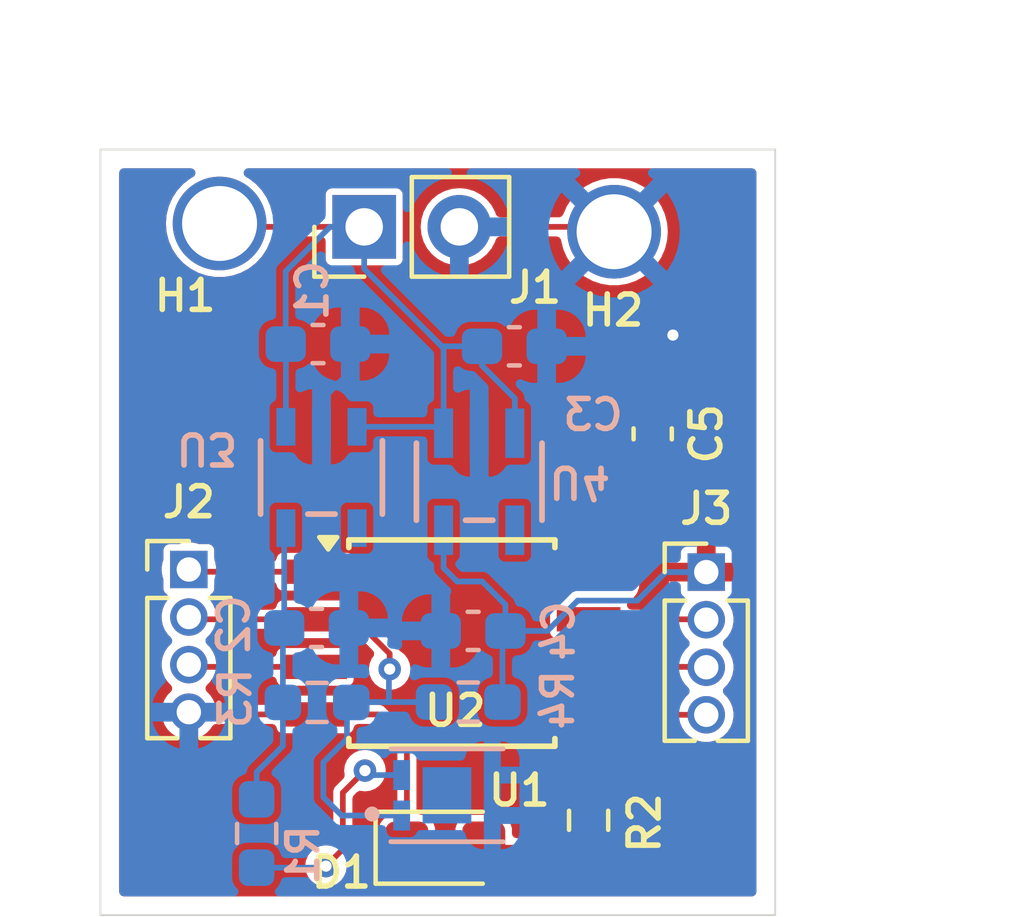
<source format=kicad_pcb>
(kicad_pcb (version 20240108) (generator "pcbnew") (generator_version "8.0")
  (layers (0 "F.Cu" signal) (31 "B.Cu" signal) (34 "B.Paste" user) (35 "F.Paste" user) (36 "B.SilkS" user "B.Silkscreen") (37 "F.SilkS" user "F.Silkscreen") (38 "B.Mask" user) (39 "F.Mask" user) (44 "Edge.Cuts" user))
  (net 0 "")
  (net 1 "Net-(D1-A)")
  (net 2 "Pin1")
  (net 3 "Pin3")
  (net 4 "Pin6")
  (net 5 "Alcohol_OUT")
  (net 6 "VDD_1.8V")
  (net 8 "VCC")
  (net 10 "Net-(U1-HEATER+)")
  (net 11 "Pin7")
  (net 12 "Pin5")
  (net 14 "GND")
  (net 15 "VDD_3.3V")
  (footprint "Resistor_SMD:R_0603_1608Metric_Pad0.98x0.95mm_HandSolder" (layer "F.Cu") (at 184.41 86.6775 90)
    (property "Reference" "R2" (at -0.0725 1.49 90) (layer "F.SilkS") (effects (font (size 0.8 0.8))))
    (property "Value" "R")
    (fp_line (start -0.254724 -0.5225) (end 0.254724 -0.5225) (stroke (width 0.12)) (layer "F.SilkS"))
    (fp_line (start -0.254724 0.5225) (end 0.254724 0.5225) (stroke (width 0.12)) (layer "F.SilkS"))
    (pad "1" smd roundrect (at -0.9125 0 90) (size 0.975 0.95) (layers "F.Cu" "F.Paste" "F.Mask") (net 1 "Net-(D1-A)"))
    (pad "2" smd roundrect (at 0.9125 0 90) (size 0.975 0.95) (layers "F.Cu" "F.Paste" "F.Mask") (net 12 "Pin5"))
  )
  (footprint "MountingHole:MT_Hole" (layer "F.Cu") (at 174.56 70.74)
    (property "Reference" "H1" (at -0.92 1.93 0) (layer "F.SilkS") (effects (font (size 0.8 0.8) (thickness 0.15) (bold yes))))
    (property "Value" "MountingHole_Pad")
    (pad "1" thru_hole circle (at 0 0) (size 2.5 2.5) (drill 2) (layers "*.Cu" "*.Mask") (net 8 "VCC"))
  )
  (footprint "Connector_PinHeader_1.27mm:PinHeader_1x04_P1.27mm_Vertical" (layer "F.Cu") (at 187.55 80.05)
    (property "Reference" "J3" (at 0 -1.695 0) (layer "F.SilkS") (effects (font (size 0.8 0.8))))
    (property "Value" "Conn_01x04_Pin")
    (fp_line (start -1.11 -0.76) (end 0 -0.76) (stroke (width 0.12)) (layer "F.SilkS"))
    (fp_line (start -1.11 0) (end -1.11 -0.76) (stroke (width 0.12)) (layer "F.SilkS"))
    (fp_line (start -1.11 0.76) (end -1.11 4.505) (stroke (width 0.12)) (layer "F.SilkS"))
    (fp_line (start -1.11 0.76) (end -0.563471 0.76) (stroke (width 0.12)) (layer "F.SilkS"))
    (fp_line (start -1.11 4.505) (end -0.30753 4.505) (stroke (width 0.12)) (layer "F.SilkS"))
    (fp_line (start 0.30753 4.505) (end 1.11 4.505) (stroke (width 0.12)) (layer "F.SilkS"))
    (fp_line (start 0.563471 0.76) (end 1.11 0.76) (stroke (width 0.12)) (layer "F.SilkS"))
    (fp_line (start 1.11 0.76) (end 1.11 4.505) (stroke (width 0.12)) (layer "F.SilkS"))
    (pad "1" thru_hole rect (at 0 0) (size 1 1) (drill 0.65) (layers "*.Cu" "*.Mask") (net 15 "VDD_3.3V"))
    (pad "2" thru_hole oval (at 0 1.27) (size 1 1) (drill 0.65) (layers "*.Cu" "*.Mask") (net 11 "Pin7"))
    (pad "3" thru_hole oval (at 0 2.54) (size 1 1) (drill 0.65) (layers "*.Cu" "*.Mask") (net 4 "Pin6"))
    (pad "4" thru_hole oval (at 0 3.81) (size 1 1) (drill 0.65) (layers "*.Cu" "*.Mask") (net 12 "Pin5"))
  )
  (footprint "MountingHole:MT_Hole" (layer "F.Cu") (at 185.09 70.96)
    (property "Reference" "H2" (at -0.03 2.1 0) (layer "F.SilkS") (effects (font (size 0.8 0.8))))
    (property "Value" "MountingHole_Pad" (hide yes))
    (pad "1" thru_hole circle (at 0 0) (size 2.5 2.5) (drill 2) (layers "*.Cu" "*.Mask") (net 14 "GND"))
  )
  (footprint "Connector_PinHeader_1.27mm:PinHeader_1x04_P1.27mm_Vertical" (layer "F.Cu") (at 173.74 79.98)
    (property "Reference" "J2" (at 0 -1.8 0) (layer "F.SilkS") (effects (font (size 0.8 0.8))))
    (property "Value" "Conn_01x04_Pin")
    (fp_line (start -1.11 -0.76) (end 0 -0.76) (stroke (width 0.12)) (layer "F.SilkS"))
    (fp_line (start -1.11 0) (end -1.11 -0.76) (stroke (width 0.12)) (layer "F.SilkS"))
    (fp_line (start -1.11 0.76) (end -1.11 4.505) (stroke (width 0.12)) (layer "F.SilkS"))
    (fp_line (start -1.11 0.76) (end -0.563471 0.76) (stroke (width 0.12)) (layer "F.SilkS"))
    (fp_line (start -1.11 4.505) (end -0.30753 4.505) (stroke (width 0.12)) (layer "F.SilkS"))
    (fp_line (start 0.30753 4.505) (end 1.11 4.505) (stroke (width 0.12)) (layer "F.SilkS"))
    (fp_line (start 0.563471 0.76) (end 1.11 0.76) (stroke (width 0.12)) (layer "F.SilkS"))
    (fp_line (start 1.11 0.76) (end 1.11 4.505) (stroke (width 0.12)) (layer "F.SilkS"))
    (pad "1" thru_hole rect (at 0 0) (size 1 1) (drill 0.65) (layers "*.Cu" "*.Mask") (net 2 "Pin1"))
    (pad "2" thru_hole oval (at 0 1.27) (size 1 1) (drill 0.65) (layers "*.Cu" "*.Mask") (net 5 "Alcohol_OUT"))
    (pad "3" thru_hole oval (at 0 2.54) (size 1 1) (drill 0.65) (layers "*.Cu" "*.Mask") (net 3 "Pin3"))
    (pad "4" thru_hole oval (at 0 3.81) (size 1 1) (drill 0.65) (layers "*.Cu" "*.Mask") (net 14 "GND"))
  )
  (footprint "Package_SO:SOIC-8W_5.3x5.3mm_P1.27mm" (layer "F.Cu") (at 180.76 81.945)
    (property "Reference" "U2" (at 0.09 1.805 0) (layer "F.SilkS") (effects (font (size 0.8 0.8))))
    (property "Value" "ATtiny85")
    (fp_line (start -2.75 -2.755) (end -2.75 -2.55) (stroke (width 0.15)) (layer "F.SilkS"))
    (fp_line (start -2.75 -2.755) (end 2.75 -2.755) (stroke (width 0.15)) (layer "F.SilkS"))
    (fp_line (start -2.75 2.755) (end -2.75 2.55) (stroke (width 0.15)) (layer "F.SilkS"))
    (fp_line (start -2.75 2.755) (end 2.75 2.755) (stroke (width 0.15)) (layer "F.SilkS"))
    (fp_line (start 2.75 -2.755) (end 2.75 -2.55) (stroke (width 0.15)) (layer "F.SilkS"))
    (fp_line (start 2.75 2.755) (end 2.75 2.55) (stroke (width 0.15)) (layer "F.SilkS"))
    (fp_poly (pts (xy -3.3 -2.5) (xy -3.54 -2.83) (xy -3.06 -2.83) (xy -3.3 -2.5)) (stroke (width 0.12)) (fill solid) (layer "F.SilkS"))
    (pad "1" smd rect (at -3.65 -1.905) (size 1.7 0.65) (layers "F.Cu" "F.Paste" "F.Mask") (net 2 "Pin1"))
    (pad "2" smd rect (at -3.65 -0.635) (size 1.7 0.65) (layers "F.Cu" "F.Paste" "F.Mask") (net 5 "Alcohol_OUT"))
    (pad "3" smd rect (at -3.65 0.635) (size 1.7 0.65) (layers "F.Cu" "F.Paste" "F.Mask") (net 3 "Pin3"))
    (pad "4" smd rect (at -3.65 1.905) (size 1.7 0.65) (layers "F.Cu" "F.Paste" "F.Mask") (net 14 "GND"))
    (pad "5" smd rect (at 3.65 1.905) (size 1.7 0.65) (layers "F.Cu" "F.Paste" "F.Mask") (net 12 "Pin5"))
    (pad "6" smd rect (at 3.65 0.635) (size 1.7 0.65) (layers "F.Cu" "F.Paste" "F.Mask") (net 4 "Pin6"))
    (pad "7" smd rect (at 3.65 -0.635) (size 1.7 0.65) (layers "F.Cu" "F.Paste" "F.Mask") (net 11 "Pin7"))
    (pad "8" smd rect (at 3.65 -1.905) (size 1.7 0.65) (layers "F.Cu" "F.Paste" "F.Mask") (net 15 "VDD_3.3V"))
  )
  (footprint "Capacitor_SMD:C_0603_1608Metric_Pad1.08x0.95mm_HandSolder" (layer "F.Cu") (at 186.12 76.3575 -90)
    (property "Reference" "C5" (at 0 -1.43 90) (layer "F.SilkS") (effects (font (size 0.8 0.8))))
    (property "Value" "C")
    (fp_line (start -0.146267 0.51) (end 0.146267 0.51) (stroke (width 0.12)) (layer "F.SilkS"))
    (fp_line (start -0.146267 -0.51) (end 0.146267 -0.51) (stroke (width 0.12)) (layer "F.SilkS"))
    (pad "1" smd roundrect (at -0.8625 0 270) (size 1.075 0.95) (layers "F.Cu" "F.Paste" "F.Mask") (net 14 "GND"))
    (pad "2" smd roundrect (at 0.8625 0 270) (size 1.075 0.95) (layers "F.Cu" "F.Paste" "F.Mask") (net 15 "VDD_3.3V"))
  )
  (footprint "LED_SMD:LED_0805_2012Metric_Pad1.15x1.40mm_HandSolder" (layer "F.Cu") (at 180.585 87.41)
    (property "Reference" "D1" (at -2.775 0.66 0) (layer "F.SilkS") (effects (font (size 0.8 0.8))))
    (property "Value" "LED")
    (fp_line (start -1.86 -0.96) (end -1.86 0.96) (stroke (width 0.12)) (layer "F.SilkS"))
    (fp_line (start -1.86 0.96) (end 1 0.96) (stroke (width 0.12)) (layer "F.SilkS"))
    (fp_line (start 1 -0.96) (end -1.86 -0.96) (stroke (width 0.12)) (layer "F.SilkS"))
    (pad "1" smd roundrect (at -1.025 0) (size 1.15 1.4) (layers "F.Cu" "F.Paste" "F.Mask") (roundrect_rratio 0.217391) (net 14 "GND"))
    (pad "2" smd roundrect (at 1.025 0) (size 1.15 1.4) (layers "F.Cu" "F.Paste" "F.Mask") (roundrect_rratio 0.217391) (net 1 "Net-(D1-A)"))
  )
  (footprint "Connector_PinHeader_2.54mm:PinHeader_1x02_P2.54mm_Vertical" (layer "F.Cu") (at 178.42 70.83 90)
    (property "Reference" "J1" (at -1.62 4.56 0) (layer "F.SilkS") (effects (font (size 0.8 0.8))))
    (property "Value" "Cnn")
    (fp_line (start -1.33 -1.33) (end 0 -1.33) (stroke (width 0.12)) (layer "F.SilkS"))
    (fp_line (start -1.33 0) (end -1.33 -1.33) (stroke (width 0.12)) (layer "F.SilkS"))
    (fp_line (start 1.33 1.27) (end 1.33 3.87) (stroke (width 0.12)) (layer "F.SilkS"))
    (fp_line (start -1.33 1.27) (end 1.33 1.27) (stroke (width 0.12)) (layer "F.SilkS"))
    (fp_line (start -1.33 1.27) (end -1.33 3.87) (stroke (width 0.12)) (layer "F.SilkS"))
    (fp_line (start -1.33 3.87) (end 1.33 3.87) (stroke (width 0.12)) (layer "F.SilkS"))
    (pad "1" thru_hole rect (at 0 0 90) (size 1.7 1.7) (drill 1) (layers "*.Cu" "*.Mask") (net 8 "VCC"))
    (pad "2" thru_hole oval (at 0 2.54 90) (size 1.7 1.7) (drill 1) (layers "*.Cu" "*.Mask") (net 14 "GND"))
  )
  (footprint "MIC5504_1.8V:SOT23-5LD-PL-1_MCH" (layer "B.Cu") (at 177.279999 77.52255 -90)
    (property "Reference" "U3" (at -0.77255 3.059999 180) (layer "B.SilkS") (effects (font (size 0.8 0.8)) (justify mirror)))
    (property "Value" "MIC5504_1.8")
    (fp_line (start -0.9779 1.6256) (end 0.9779 1.6256) (stroke (width 0.1524)) (layer "B.SilkS"))
    (fp_line (start 0.9779 0.363261) (end 0.9779 -0.363261) (stroke (width 0.1524)) (layer "B.SilkS"))
    (fp_line (start 0.9779 -1.6256) (end -0.9779 -1.6256) (stroke (width 0.1524)) (layer "B.SilkS"))
    (pad "1" smd rect (at -1.35255 0.950001 270) (size 1.0033 0.508) (layers "B.Cu" "B.Paste" "B.Mask") (net 8 "VCC"))
    (pad "2" smd rect (at -1.35255 0 270) (size 1.0033 0.508) (layers "B.Cu" "B.Paste" "B.Mask") (net 14 "GND"))
    (pad "3" smd rect (at -1.35255 -0.950001 270) (size 1.0033 0.508) (layers "B.Cu" "B.Paste" "B.Mask") (net 8 "VCC"))
    (pad "4" smd rect (at 1.35255 -0.950001 270) (size 1.0033 0.508) (layers "B.Cu" "B.Paste" "B.Mask"))
    (pad "5" smd rect (at 1.35255 0.950001 270) (size 1.0033 0.508) (layers "B.Cu" "B.Paste" "B.Mask") (net 6 "VDD_1.8V"))
  )
  (footprint "Capacitor_SMD:C_0603_1608Metric_Pad1.08x0.95mm_HandSolder" (layer "B.Cu") (at 177.1475 81.54)
    (property "Reference" "C2" (at -2.2075 -0.08 -90) (layer "B.SilkS") (effects (font (size 0.8 0.8)) (justify mirror)))
    (property "Value" "C")
    (fp_line (start 0.146267 -0.51) (end -0.146267 -0.51) (stroke (width 0.12)) (layer "B.SilkS"))
    (fp_line (start 0.146267 0.51) (end -0.146267 0.51) (stroke (width 0.12)) (layer "B.SilkS"))
    (pad "1" smd roundrect (at -0.8625 0) (size 1.075 0.95) (layers "B.Cu" "B.Paste" "B.Mask") (net 6 "VDD_1.8V"))
    (pad "2" smd roundrect (at 0.8625 0) (size 1.075 0.95) (layers "B.Cu" "B.Paste" "B.Mask") (net 14 "GND"))
  )
  (footprint "Resistor_SMD:R_0603_1608Metric_Pad0.98x0.95mm_HandSolder" (layer "B.Cu") (at 175.55 87.03 90)
    (property "Reference" "R1" (at -0.5725 1.24 -90) (layer "B.SilkS") (effects (font (size 0.8 0.8)) (justify mirror)))
    (property "Value" "R")
    (fp_line (start 0.254724 -0.5225) (end -0.254724 -0.5225) (stroke (width 0.12)) (layer "B.SilkS"))
    (fp_line (start 0.254724 0.5225) (end -0.254724 0.5225) (stroke (width 0.12)) (layer "B.SilkS"))
    (pad "1" smd roundrect (at -0.9125 0 90) (size 0.975 0.95) (layers "B.Cu" "B.Paste" "B.Mask") (net 10 "Net-(U1-HEATER+)"))
    (pad "2" smd roundrect (at 0.9125 0 90) (size 0.975 0.95) (layers "B.Cu" "B.Paste" "B.Mask") (net 6 "VDD_1.8V"))
  )
  (footprint "Capacitor_SMD:C_0603_1608Metric_Pad1.08x0.95mm_HandSolder" (layer "B.Cu") (at 181.3275 81.62 180)
    (property "Reference" "C4" (at -2.2825 0 -90) (layer "B.SilkS") (effects (font (size 0.8 0.8)) (justify mirror)))
    (property "Value" "C")
    (fp_line (start 0.146267 0.51) (end -0.146267 0.51) (stroke (width 0.12)) (layer "B.SilkS"))
    (fp_line (start 0.146267 -0.51) (end -0.146267 -0.51) (stroke (width 0.12)) (layer "B.SilkS"))
    (pad "1" smd roundrect (at -0.8625 0 180) (size 1.075 0.95) (layers "B.Cu" "B.Paste" "B.Mask") (net 15 "VDD_3.3V"))
    (pad "2" smd roundrect (at 0.8625 0 180) (size 1.075 0.95) (layers "B.Cu" "B.Paste" "B.Mask") (net 14 "GND"))
  )
  (footprint "Capacitor_SMD:C_0603_1608Metric_Pad1.08x0.95mm_HandSolder" (layer "B.Cu") (at 182.4275 74.02)
    (property "Reference" "C3" (at 2.1025 1.83 0) (layer "B.SilkS") (effects (font (size 0.8 0.8)) (justify mirror)))
    (property "Value" "C")
    (fp_line (start 0.146267 -0.51) (end -0.146267 -0.51) (stroke (width 0.12)) (layer "B.SilkS"))
    (fp_line (start 0.146267 0.51) (end -0.146267 0.51) (stroke (width 0.12)) (layer "B.SilkS"))
    (pad "1" smd roundrect (at -0.8625 0) (size 1.075 0.95) (layers "B.Cu" "B.Paste" "B.Mask") (net 8 "VCC"))
    (pad "2" smd roundrect (at 0.8625 0) (size 1.075 0.95) (layers "B.Cu" "B.Paste" "B.Mask") (net 14 "GND"))
  )
  (footprint "Resistor_SMD:R_0603_1608Metric_Pad0.98x0.95mm_HandSolder" (layer "B.Cu") (at 177.1625 83.53)
    (property "Reference" "R3" (at -2.1825 -0.11 90) (layer "B.SilkS") (effects (font (size 0.8 0.8)) (justify mirror)))
    (property "Value" "R")
    (fp_line (start 0.254724 -0.5225) (end -0.254724 -0.5225) (stroke (width 0.12)) (layer "B.SilkS"))
    (fp_line (start 0.254724 0.5225) (end -0.254724 0.5225) (stroke (width 0.12)) (layer "B.SilkS"))
    (pad "1" smd roundrect (at -0.9125 0) (size 0.975 0.95) (layers "B.Cu" "B.Paste" "B.Mask") (net 6 "VDD_1.8V"))
    (pad "2" smd roundrect (at 0.9125 0) (size 0.975 0.95) (layers "B.Cu" "B.Paste" "B.Mask") (net 5 "Alcohol_OUT"))
  )
  (footprint "Resistor_SMD:R_0603_1608Metric_Pad0.98x0.95mm_HandSolder" (layer "B.Cu") (at 181.1975 83.52 180)
    (property "Reference" "R4" (at -2.3925 0.06 -90) (layer "B.SilkS") (effects (font (size 0.8 0.8)) (justify mirror)))
    (property "Value" "R")
    (fp_line (start 0.254724 0.5225) (end -0.254724 0.5225) (stroke (width 0.12)) (layer "B.SilkS"))
    (fp_line (start 0.254724 -0.5225) (end -0.254724 -0.5225) (stroke (width 0.12)) (layer "B.SilkS"))
    (pad "1" smd roundrect (at -0.9125 0 180) (size 0.975 0.95) (layers "B.Cu" "B.Paste" "B.Mask") (net 15 "VDD_3.3V"))
    (pad "2" smd roundrect (at 0.9125 0 180) (size 0.975 0.95) (layers "B.Cu" "B.Paste" "B.Mask") (net 5 "Alcohol_OUT"))
  )
  (footprint "CCS803:XDCR_CCS801" (layer "B.Cu") (at 180.63 86.01)
    (property "Reference" "U1" (at 1.93 -0.13 0) (layer "F.SilkS") (effects (font (size 0.8 0.8))))
    (property "Value" "CCS801")
    (fp_line (start 1.5 -1.24) (end -1.5 -1.24) (stroke (width 0.127)) (layer "B.SilkS"))
    (fp_line (start 1.5 1.24) (end -1.5 1.24) (stroke (width 0.127)) (layer "B.SilkS"))
    (fp_circle (center -2 0.5) (end -1.9 0.5) (stroke (width 0.2)) (fill none) (layer "B.SilkS"))
    (pad "1" smd rect (at -1.21 0.54) (size 0.45 0.8) (layers "B.Cu" "B.Paste" "B.Mask") (net 5 "Alcohol_OUT"))
    (pad "2" smd rect (at -1.21 -0.54) (size 0.45 0.8) (layers "B.Cu" "B.Paste" "B.Mask") (net 10 "Net-(U1-HEATER+)"))
    (pad "3" smd rect (at 1.21 -0.54) (size 0.45 0.8) (layers "B.Cu" "B.Paste" "B.Mask") (net 14 "GND"))
    (pad "4" smd rect (at 1.21 0.54) (size 0.45 0.8) (layers "B.Cu" "B.Paste" "B.Mask") (net 14 "GND"))
    (pad "5" smd rect (at 0 0) (size 1.3 1.5) (layers "B.Cu" "B.Mask"))
  )
  (footprint "Capacitor_SMD:C_0603_1608Metric_Pad1.08x0.95mm_HandSolder" (layer "B.Cu") (at 177.1875 73.96)
    (property "Reference" "C1" (at -0.1525 -1.43 90) (layer "B.SilkS") (effects (font (size 0.8 0.8)) (justify mirror)))
    (property "Value" "C")
    (fp_line (start 0.146267 -0.51) (end -0.146267 -0.51) (stroke (width 0.12)) (layer "B.SilkS"))
    (fp_line (start 0.146267 0.51) (end -0.146267 0.51) (stroke (width 0.12)) (layer "B.SilkS"))
    (pad "1" smd roundrect (at -0.8625 0) (size 1.075 0.95) (layers "B.Cu" "B.Paste" "B.Mask") (net 8 "VCC"))
    (pad "2" smd roundrect (at 0.8625 0) (size 1.075 0.95) (layers "B.Cu" "B.Paste" "B.Mask") (net 14 "GND"))
  )
  (footprint "MIC5504:SOT-23-5_MC_MCH" (layer "B.Cu") (at 181.489999 77.6354 -90)
    (property "Reference" "U4" (at 0.0046 -2.680001 180) (layer "B.SilkS") (effects (font (size 0.8 0.8)) (justify mirror)))
    (property "Value" "MIC5504-3.3YM5-TR")
    (fp_line (start -1.0287 1.6764) (end 1.0287 1.6764) (stroke (width 0.1524)) (layer "B.SilkS"))
    (fp_line (start 1.0287 0.363261) (end 1.0287 -0.363261) (stroke (width 0.1524)) (layer "B.SilkS"))
    (fp_line (start 1.0287 -1.6764) (end -1.0287 -1.6764) (stroke (width 0.1524)) (layer "B.SilkS"))
    (pad "1" smd rect (at -1.2954 0.950001 270) (size 1.3208 0.508) (layers "B.Cu" "B.Paste" "B.Mask") (net 8 "VCC"))
    (pad "2" smd rect (at -1.2954 0 270) (size 1.3208 0.508) (layers "B.Cu" "B.Paste" "B.Mask") (net 14 "GND"))
    (pad "3" smd rect (at -1.2954 -0.950001 270) (size 1.3208 0.508) (layers "B.Cu" "B.Paste" "B.Mask") (net 8 "VCC"))
    (pad "4" smd rect (at 1.2954 -0.950001 270) (size 1.3208 0.508) (layers "B.Cu" "B.Paste" "B.Mask"))
    (pad "5" smd rect (at 1.2954 0.950001 270) (size 1.3208 0.508) (layers "B.Cu" "B.Paste" "B.Mask") (net 15 "VDD_3.3V"))
  )
  (gr_rect (start 171.38 68.765) (end 189.39 89.21) (stroke (width 0.05)) (fill none) (layer "Edge.Cuts"))
  (segment (start 183.23 87.59) (end 183.05 87.41) (width 0.1524) (layer "F.Cu") (net 1))
  (segment (start 183.05 87.41) (end 181.61 87.41) (width 0.1524) (layer "F.Cu") (net 1))
  (segment (start 184.41 87.59) (end 183.23 87.59) (width 0.1524) (layer "F.Cu") (net 1))
  (segment (start 177.11 80.04) (end 173.8 80.04) (width 0.1524) (layer "F.Cu") (net 2))
  (segment (start 173.8 80.04) (end 173.74 79.98) (width 0.1524) (layer "F.Cu") (net 2))
  (segment (start 177.11 82.58) (end 173.8 82.58) (width 0.1524) (layer "F.Cu") (net 3))
  (segment (start 173.8 82.58) (end 173.74 82.52) (width 0.1524) (layer "F.Cu") (net 3))
  (segment (start 184.41 82.58) (end 187.54 82.58) (width 0.1524) (layer "F.Cu") (net 4))
  (segment (start 187.54 82.58) (end 187.55 82.59) (width 0.1524) (layer "F.Cu") (net 4))
  (segment (start 173.8 81.31) (end 173.74 81.25) (width 0.1524) (layer "F.Cu") (net 5))
  (segment (start 179.1 82.23) (end 178.18 81.31) (width 0.1524) (layer "F.Cu") (net 5))
  (segment (start 177.11 81.31) (end 173.8 81.31) (width 0.1524) (layer "F.Cu") (net 5))
  (segment (start 179.1 82.64) (end 179.1 82.23) (width 0.1524) (layer "F.Cu") (net 5))
  (segment (start 178.18 81.31) (end 177.11 81.31) (width 0.1524) (layer "F.Cu") (net 5))
  (via (at 179.1 82.64) (size 0.6) (drill 0.3) (layers "F.Cu" "B.Cu") (net 5))
  (segment (start 179.08 83.52) (end 178.085 83.52) (width 0.1524) (layer "B.Cu") (net 5))
  (segment (start 177.33 85.13) (end 177.96 84.5) (width 0.1524) (layer "B.Cu") (net 5))
  (segment (start 177.33 86.06) (end 177.33 85.13) (width 0.1524) (layer "B.Cu") (net 5))
  (segment (start 180.285 83.52) (end 179.08 83.52) (width 0.1524) (layer "B.Cu") (net 5))
  (segment (start 179.08 82.66) (end 179.1 82.64) (width 0.1524) (layer "B.Cu") (net 5))
  (segment (start 179.08 83.52) (end 179.08 82.66) (width 0.1524) (layer "B.Cu") (net 5))
  (segment (start 177.96 83.645) (end 178.075 83.53) (width 0.1524) (layer "B.Cu") (net 5))
  (segment (start 178.085 83.52) (end 178.075 83.53) (width 0.1524) (layer "B.Cu") (net 5))
  (segment (start 177.96 84.5) (end 177.96 83.645) (width 0.1524) (layer "B.Cu") (net 5))
  (segment (start 179.42 86.55) (end 177.82 86.55) (width 0.1524) (layer "B.Cu") (net 5))
  (segment (start 177.82 86.55) (end 177.33 86.06) (width 0.1524) (layer "B.Cu") (net 5))
  (segment (start 176.25 81.575) (end 176.285 81.54) (width 0.1524) (layer "B.Cu") (net 6))
  (segment (start 176.25 83.53) (end 176.25 81.575) (width 0.1524) (layer "B.Cu") (net 6))
  (segment (start 176.25 84.69) (end 176.25 83.53) (width 0.1524) (layer "B.Cu") (net 6))
  (segment (start 176.285 78.920098) (end 176.329998 78.8751) (width 0.1524) (layer "B.Cu") (net 6))
  (segment (start 175.55 86.1175) (end 175.55 85.39) (width 0.1524) (layer "B.Cu") (net 6))
  (segment (start 175.55 85.39) (end 176.25 84.69) (width 0.1524) (layer "B.Cu") (net 6))
  (segment (start 176.285 81.54) (end 176.285 78.920098) (width 0.1524) (layer "B.Cu") (net 6))
  (segment (start 178.42 70.83) (end 174.65 70.83) (width 0.1524) (layer "F.Cu") (net 8))
  (segment (start 174.65 70.83) (end 174.56 70.74) (width 0.1524) (layer "F.Cu") (net 8))
  (segment (start 182.44 75.41) (end 181.565 74.535) (width 0.1524) (layer "B.Cu") (net 8))
  (segment (start 178.23 76.17) (end 180.369998 76.17) (width 0.1524) (layer "B.Cu") (net 8))
  (segment (start 180.539998 74.069998) (end 180.19 73.72) (width 0.1524) (layer "B.Cu") (net 8))
  (segment (start 177.51 70.83) (end 178.42 70.83) (width 0.1524) (layer "B.Cu") (net 8))
  (segment (start 181.565 74.02) (end 180.49 74.02) (width 0.1524) (layer "B.Cu") (net 8))
  (segment (start 176.329998 73.964998) (end 176.325 73.96) (width 0.1524) (layer "B.Cu") (net 8))
  (segment (start 176.325 72.015) (end 177.51 70.83) (width 0.1524) (layer "B.Cu") (net 8))
  (segment (start 180.539998 76.34) (end 180.539998 74.069998) (width 0.1524) (layer "B.Cu") (net 8))
  (segment (start 180.19 73.72) (end 178.42 71.95) (width 0.1524) (layer "B.Cu") (net 8))
  (segment (start 180.369998 76.17) (end 180.539998 76.34) (width 0.1524) (layer "B.Cu") (net 8))
  (segment (start 181.565 74.025) (end 181.565 74.02) (width 0.1524) (layer "B.Cu") (net 8))
  (segment (start 181.565 74.535) (end 181.565 74.02) (width 0.1524) (layer "B.Cu") (net 8))
  (segment (start 176.325 73.96) (end 176.325 72.015) (width 0.1524) (layer "B.Cu") (net 8))
  (segment (start 178.46 70.83) (end 178.42 70.83) (width 0.1524) (layer "B.Cu") (net 8))
  (segment (start 182.44 76.34) (end 182.44 75.41) (width 0.1524) (layer "B.Cu") (net 8))
  (segment (start 176.329998 76.17) (end 176.329998 73.964998) (width 0.1524) (layer "B.Cu") (net 8))
  (segment (start 178.42 71.95) (end 178.42 70.83) (width 0.1524) (layer "B.Cu") (net 8))
  (segment (start 180.49 74.02) (end 180.19 73.72) (width 0.1524) (layer "B.Cu") (net 8))
  (segment (start 177.4 87.9) (end 177.85 87.45) (width 0.1524) (layer "F.Cu") (net 10))
  (segment (start 177.85 87.45) (end 177.85 85.94) (width 0.1524) (layer "F.Cu") (net 10))
  (segment (start 177.85 85.94) (end 178.44 85.35) (width 0.1524) (layer "F.Cu") (net 10))
  (via (at 178.44 85.35) (size 0.6) (drill 0.3) (layers "F.Cu" "B.Cu") (net 10))
  (via (at 177.4 87.9) (size 0.6) (drill 0.3) (layers "F.Cu" "B.Cu") (net 10))
  (segment (start 178.56 85.47) (end 178.44 85.35) (width 0.1524) (layer "B.Cu") (net 10))
  (segment (start 177.4 87.9) (end 177.3575 87.9425) (width 0.1524) (layer "B.Cu") (net 10))
  (segment (start 179.42 85.47) (end 178.56 85.47) (width 0.1524) (layer "B.Cu") (net 10))
  (segment (start 177.3575 87.9425) (end 175.55 87.9425) (width 0.1524) (layer "B.Cu") (net 10))
  (segment (start 184.41 81.31) (end 187.54 81.31) (width 0.1524) (layer "F.Cu") (net 11))
  (segment (start 187.54 81.31) (end 187.55 81.32) (width 0.1524) (layer "F.Cu") (net 11))
  (segment (start 184.41 85.765) (end 184.41 83.85) (width 0.1524) (layer "F.Cu") (net 12))
  (segment (start 184.42 83.86) (end 184.41 83.85) (width 0.1524) (layer "F.Cu") (net 12))
  (segment (start 187.55 83.86) (end 184.42 83.86) (width 0.1524) (layer "F.Cu") (net 12))
  (segment (start 178.79 83.85) (end 177.11 83.85) (width 0.1524) (layer "F.Cu") (net 14))
  (segment (start 173.8 83.85) (end 173.74 83.79) (width 0.1524) (layer "F.Cu") (net 14))
  (segment (start 177.11 83.85) (end 173.8 83.85) (width 0.1524) (layer "F.Cu") (net 14))
  (segment (start 184.96 70.83) (end 185.09 70.96) (width 0.1524) (layer "F.Cu") (net 14))
  (segment (start 180.96 70.83) (end 184.96 70.83) (width 0.1524) (layer "F.Cu") (net 14))
  (segment (start 179.56 84.62) (end 178.79 83.85) (width 0.1524) (layer "F.Cu") (net 14))
  (segment (start 186.12 75.495) (end 186.12 74.26) (width 0.1524) (layer "F.Cu") (net 14))
  (segment (start 186.12 74.26) (end 186.66 73.72) (width 0.1524) (layer "F.Cu") (net 14))
  (segment (start 179.56 87.41) (end 179.56 84.62) (width 0.1524) (layer "F.Cu") (net 14))
  (via (at 186.66 73.72) (size 0.6) (drill 0.3) (layers "F.Cu" "B.Cu") (net 14))
  (segment (start 181.84 85.47) (end 181.84 86.55) (width 0.1524) (layer "B.Cu") (net 14))
  (segment (start 177.279999 76.17) (end 177.32 76.129999) (width 0.1524) (layer "B.Cu") (net 14))
  (segment (start 177.32 76.129999) (end 177.32 75.42) (width 0.1524) (layer "B.Cu") (net 14))
  (segment (start 178.05 74.69) (end 178.05 73.96) (width 0.1524) (layer "B.Cu") (net 14))
  (segment (start 177.32 75.42) (end 178.05 74.69) (width 0.1524) (layer "B.Cu") (net 14))
  (segment (start 178.12 81.65) (end 178.01 81.54) (width 0.1524) (layer "B.Cu") (net 14))
  (segment (start 184.41 78.2) (end 185.39 77.22) (width 0.1524) (layer "F.Cu") (net 15))
  (segment (start 185.39 77.22) (end 186.12 77.22) (width 0.1524) (layer "F.Cu") (net 15))
  (segment (start 187.54 80.04) (end 187.55 80.05) (width 0.1524) (layer "F.Cu") (net 15))
  (segment (start 184.41 80.04) (end 184.41 78.2) (width 0.1524) (layer "F.Cu") (net 15))
  (segment (start 184.41 80.04) (end 187.54 80.04) (width 0.1524) (layer "F.Cu") (net 15))
  (segment (start 181.57 80.3) (end 180.9 80.3) (width 0.1524) (layer "B.Cu") (net 15))
  (segment (start 186.47 80.05) (end 187.55 80.05) (width 0.1524) (layer "B.Cu") (net 15))
  (segment (start 183.31 81.62) (end 184.12 80.81) (width 0.1524) (layer "B.Cu") (net 15))
  (segment (start 182.11 83.52) (end 182.11 81.7) (width 0.1524) (layer "B.Cu") (net 15))
  (segment (start 180.9 80.3) (end 180.539998 79.939998) (width 0.1524) (layer "B.Cu") (net 15))
  (segment (start 182.19 81.62) (end 183.31 81.62) (width 0.1524) (layer "B.Cu") (net 15))
  (segment (start 180.539998 79.939998) (end 180.539998 78.9308) (width 0.1524) (layer "B.Cu") (net 15))
  (segment (start 182.11 81.76) (end 182 81.65) (width 0.1524) (layer "B.Cu") (net 15))
  (segment (start 185.71 80.81) (end 186.47 80.05) (width 0.1524) (layer "B.Cu") (net 15))
  (segment (start 182.19 80.92) (end 181.57 80.3) (width 0.1524) (layer "B.Cu") (net 15))
  (segment (start 184.12 80.81) (end 185.71 80.81) (width 0.1524) (layer "B.Cu") (net 15))
  (segment (start 182.11 81.7) (end 182.19 81.62) (width 0.1524) (layer "B.Cu") (net 15))
  (segment (start 182.19 81.62) (end 182.19 80.92) (width 0.1524) (layer "B.Cu") (net 15))
  (zone (net 15) (net_name "VDD_3.3V") (layer "F.Cu") (connect_pads (clearance 0.15)) (min_thickness 0.25) (fill yes (thermal_gap 0.5) (thermal_bridge_width 0.5))
    (polygon (pts (xy 171.38 68.89) (xy 189.26 68.97) (xy 189.21 89.05) (xy 171.41 89.01) (xy 171.53 68.92) (xy 171.54 68.89)))
  )
  (zone (net 14) (net_name "GND") (layer "B.Cu") (priority 1) (connect_pads (clearance 0.15)) (min_thickness 0.25) (fill yes (thermal_gap 0.5) (thermal_bridge_width 0.5))
    (polygon (pts (xy 171.67 69) (xy 189.24 68.98) (xy 189.24 89.04) (xy 171.42 89.03) (xy 171.64 69.03)))
  )
)
</source>
